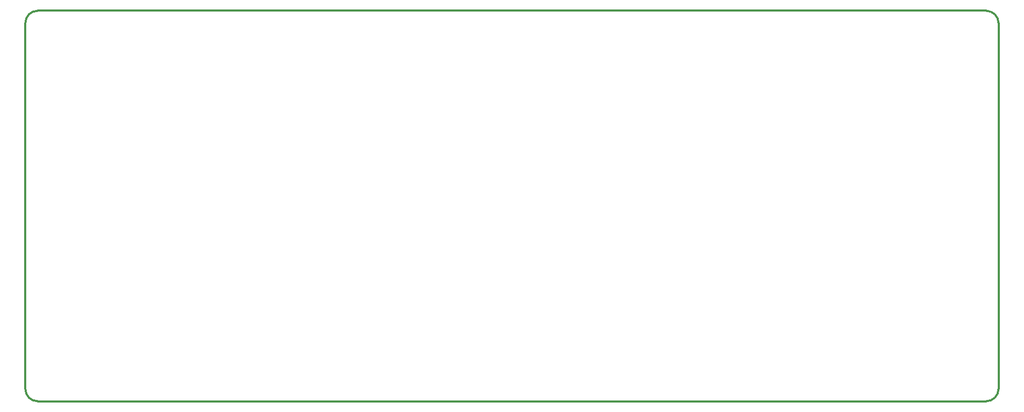
<source format=gbr>
G04 GENERATED BY PULSONIX 12.5 GERBER.DLL 9449*
G04 #@! TF.GenerationSoftware,Pulsonix,Pulsonix,12.5.9449*
G04 #@! TF.CreationDate,2024-10-04T20:16:51--1:00*
G04 #@! TF.Part,Single*
%FSLAX35Y35*%
%LPD*%
%MOMM*%
G04 #@! TF.FileFunction,Legend,Bot*
G04 #@! TF.FilePolarity,Positive*
G04 #@! TA.AperFunction,Profile*
%ADD98C,0.30000*%
G04 #@! TD.AperFunction*
X0Y0D02*
D02*
D98*
X16650000Y750000D02*
Y6650000D01*
G75*
G03*
X16450000Y6850000I-200000J0D01*
G01*
X1150000D01*
G75*
G03*
X950000Y6650000I0J-200000D01*
G01*
Y750000D01*
G75*
G03*
X1150000Y550000I200000J0D01*
G01*
X16450000D01*
G75*
G03*
X16650000Y750000I0J200000D01*
G01*
X0Y0D02*
M02*

</source>
